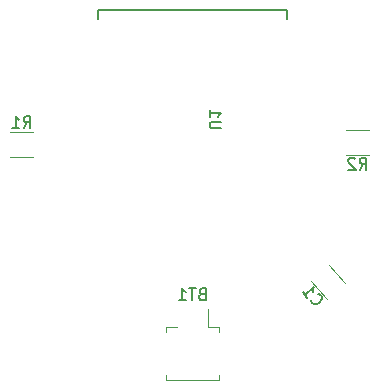
<source format=gbo>
G04 #@! TF.GenerationSoftware,KiCad,Pcbnew,(2017-05-14 revision 14bb238b3)-makepkg*
G04 #@! TF.CreationDate,2017-07-07T13:01:08-06:00*
G04 #@! TF.ProjectId,001,3030312E6B696361645F706362000000,rev?*
G04 #@! TF.FileFunction,Legend,Bot*
G04 #@! TF.FilePolarity,Positive*
%FSLAX46Y46*%
G04 Gerber Fmt 4.6, Leading zero omitted, Abs format (unit mm)*
G04 Created by KiCad (PCBNEW (2017-05-14 revision 14bb238b3)-makepkg) date 07/07/17 13:01:08*
%MOMM*%
%LPD*%
G01*
G04 APERTURE LIST*
%ADD10C,0.100000*%
%ADD11C,0.152400*%
%ADD12C,0.120000*%
%ADD13C,0.150000*%
G04 APERTURE END LIST*
D10*
D11*
X122096020Y-60448360D02*
X122096020Y-59686360D01*
X122096020Y-59686360D02*
X138098020Y-59686360D01*
X138098020Y-59686360D02*
X138098020Y-60448360D01*
D12*
X141679397Y-81298502D02*
X143017658Y-82784792D01*
X141501643Y-84149818D02*
X140163382Y-82663528D01*
X116631720Y-70020960D02*
X114631720Y-70020960D01*
X114631720Y-72160960D02*
X116631720Y-72160960D01*
X143079720Y-71983160D02*
X145079720Y-71983160D01*
X145079720Y-69843160D02*
X143079720Y-69843160D01*
X131434720Y-86521560D02*
X131434720Y-85021560D01*
X132384720Y-91021560D02*
X130109720Y-91021560D01*
X132384720Y-90621560D02*
X132384720Y-91021560D01*
X127834720Y-91021560D02*
X130109720Y-91021560D01*
X127834720Y-90621560D02*
X127834720Y-91021560D01*
X132384720Y-86521560D02*
X132384720Y-86921560D01*
X131434720Y-86521560D02*
X132384720Y-86521560D01*
X127834720Y-86521560D02*
X127834720Y-86921560D01*
X128784720Y-86521560D02*
X127834720Y-86521560D01*
D13*
X132549639Y-69719264D02*
X131740115Y-69719264D01*
X131644877Y-69671645D01*
X131597258Y-69624026D01*
X131549639Y-69528788D01*
X131549639Y-69338312D01*
X131597258Y-69243074D01*
X131644877Y-69195455D01*
X131740115Y-69147836D01*
X132549639Y-69147836D01*
X131549639Y-68147836D02*
X131549639Y-68719264D01*
X131549639Y-68433550D02*
X132549639Y-68433550D01*
X132406781Y-68528788D01*
X132311543Y-68624026D01*
X132263924Y-68719264D01*
X140136129Y-84257971D02*
X140132605Y-84325222D01*
X140192807Y-84463249D01*
X140256534Y-84534025D01*
X140387512Y-84608325D01*
X140522014Y-84615374D01*
X140624653Y-84587035D01*
X140798068Y-84494970D01*
X140904232Y-84399380D01*
X141013920Y-84236538D01*
X141052832Y-84137424D01*
X141059881Y-84002921D01*
X140999679Y-83864894D01*
X140935952Y-83794119D01*
X140804974Y-83719819D01*
X140737723Y-83716294D01*
X139428086Y-83613941D02*
X139810447Y-84038595D01*
X139619267Y-83826268D02*
X140362411Y-83157137D01*
X140319975Y-83323503D01*
X140312926Y-83458006D01*
X140341265Y-83560645D01*
X115798386Y-69693340D02*
X116131720Y-69217150D01*
X116369815Y-69693340D02*
X116369815Y-68693340D01*
X115988862Y-68693340D01*
X115893624Y-68740960D01*
X115846005Y-68788579D01*
X115798386Y-68883817D01*
X115798386Y-69026674D01*
X115846005Y-69121912D01*
X115893624Y-69169531D01*
X115988862Y-69217150D01*
X116369815Y-69217150D01*
X114846005Y-69693340D02*
X115417434Y-69693340D01*
X115131720Y-69693340D02*
X115131720Y-68693340D01*
X115226958Y-68836198D01*
X115322196Y-68931436D01*
X115417434Y-68979055D01*
X144246386Y-73215540D02*
X144579720Y-72739350D01*
X144817815Y-73215540D02*
X144817815Y-72215540D01*
X144436862Y-72215540D01*
X144341624Y-72263160D01*
X144294005Y-72310779D01*
X144246386Y-72406017D01*
X144246386Y-72548874D01*
X144294005Y-72644112D01*
X144341624Y-72691731D01*
X144436862Y-72739350D01*
X144817815Y-72739350D01*
X143865434Y-72310779D02*
X143817815Y-72263160D01*
X143722577Y-72215540D01*
X143484481Y-72215540D01*
X143389243Y-72263160D01*
X143341624Y-72310779D01*
X143294005Y-72406017D01*
X143294005Y-72501255D01*
X143341624Y-72644112D01*
X143913053Y-73215540D01*
X143294005Y-73215540D01*
X130895434Y-83750131D02*
X130752577Y-83797750D01*
X130704958Y-83845369D01*
X130657339Y-83940607D01*
X130657339Y-84083464D01*
X130704958Y-84178702D01*
X130752577Y-84226321D01*
X130847815Y-84273940D01*
X131228767Y-84273940D01*
X131228767Y-83273940D01*
X130895434Y-83273940D01*
X130800196Y-83321560D01*
X130752577Y-83369179D01*
X130704958Y-83464417D01*
X130704958Y-83559655D01*
X130752577Y-83654893D01*
X130800196Y-83702512D01*
X130895434Y-83750131D01*
X131228767Y-83750131D01*
X130371624Y-83273940D02*
X129800196Y-83273940D01*
X130085910Y-84273940D02*
X130085910Y-83273940D01*
X128943053Y-84273940D02*
X129514481Y-84273940D01*
X129228767Y-84273940D02*
X129228767Y-83273940D01*
X129324005Y-83416798D01*
X129419243Y-83512036D01*
X129514481Y-83559655D01*
M02*

</source>
